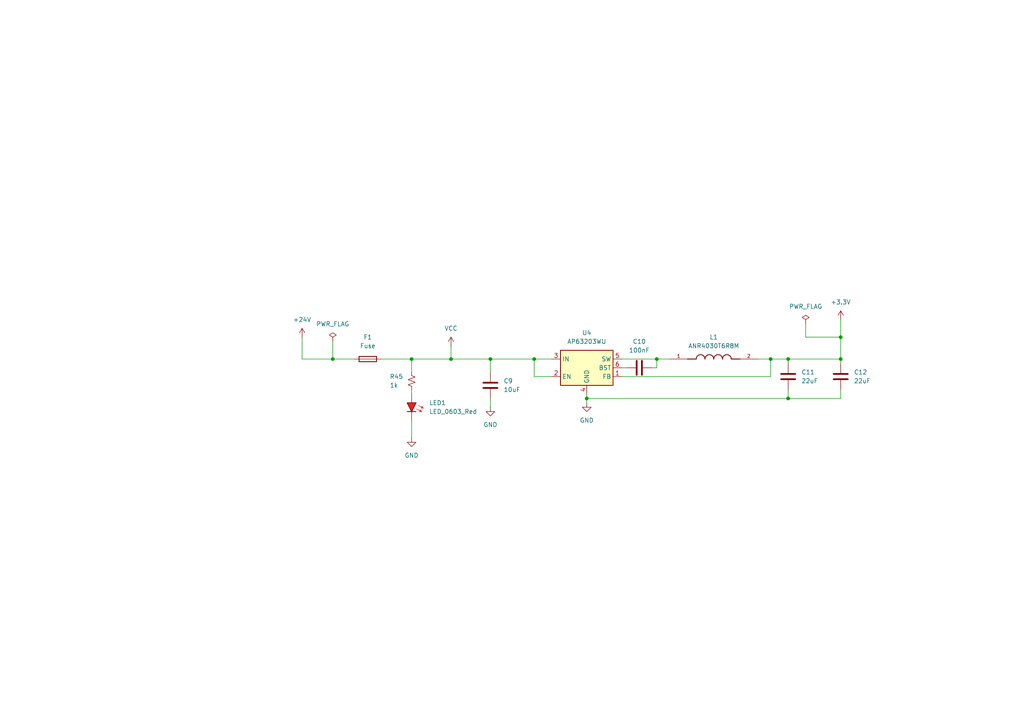
<source format=kicad_sch>
(kicad_sch (version 20250114) (generator "eeschema") (generator_version "9.0")
  (paper "A4")
  (lib_symbols
    (symbol "Device:Fuse" (pin_numbers (hide yes)) (pin_names (offset 0))
      (property "Reference" "F" (at 2.032 0 90))
      (property "Value" "Fuse" (at -1.905 0 90))
      (symbol "Fuse_0_1"
        (rectangle (start -0.762 -2.54) (end 0.762 2.54) (stroke (width 0.254)))
        (polyline (pts (xy 0 2.54) (xy 0 -2.54)))
      )
      (symbol "Fuse_1_1"
        (pin passive line (at 0 3.81 270) (length 1.27) (name "~") (number "1"))
        (pin passive line (at 0 -3.81 90) (length 1.27) (name "~") (number "2"))
      )
    )
    (symbol "NR6028T4R7M:NR6028T4R7M" (pin_names (offset 1.016))
      (property "Reference" "L" (at -5.08 2.54 0))
      (property "Value" "NR6028T4R7M" (at -5.08 -2.54 0))
      (symbol "NR6028T4R7M_0_0"
        (polyline (pts (xy -5.08 0) (xy -7.62 0)) (stroke (width 0.254)))
        (arc (start -5.08 0) (mid -3.81 1.2645) (end -2.54 0) (stroke (width 0.254)))
        (arc (start -2.54 0) (mid -1.27 1.2645) (end 0 0) (stroke (width 0.254)))
        (arc (start 0 0) (mid 1.27 1.2645) (end 2.54 0) (stroke (width 0.254)))
        (arc (start 2.54 0) (mid 3.81 1.2645) (end 5.08 0) (stroke (width 0.254)))
        (polyline (pts (xy 5.08 0) (xy 7.62 0)) (stroke (width 0.254)))
        (pin passive line (at -12.7 0 0) (length 5.08) (name "~") (number "1"))
        (pin passive line (at 12.7 0 180) (length 5.08) (name "~") (number "2"))
      )
    )
    (symbol "PCM_4ms_Power-symbol:PWR_FLAG" (power) (pin_numbers (hide yes)) (pin_names (offset 0) (hide yes))
      (property "Value" "PWR_FLAG" (at 0 3.81 0))
      (symbol "PWR_FLAG_0_0"
        (pin power_out line (at 0 0 90) (length 0) (name "pwr") (number "1"))
      )
      (symbol "PWR_FLAG_0_1"
        (polyline (pts (xy 0 0) (xy 0 1.27) (xy -1.016 1.905) (xy 0 2.54) (xy 1.016 1.905) (xy 0 1.27)))
      )
    )
    (symbol "PCM_Capacitor_AKL:C_0603" (pin_numbers (hide yes)) (pin_names (offset 0.254))
      (property "Reference" "C" (at 0.635 2.54 0))
      (property "Value" "C_0603" (at 0.635 -2.54 0))
      (symbol "C_0603_0_1"
        (polyline (pts (xy -2.032 0.762) (xy 2.032 0.762)) (stroke (width 0.508)))
        (polyline (pts (xy -2.032 -0.762) (xy 2.032 -0.762)) (stroke (width 0.508)))
      )
      (symbol "C_0603_0_2"
        (polyline (pts (xy -2.54 -2.54) (xy -0.381 -0.381)))
        (polyline (pts (xy -0.508 -0.508) (xy -1.651 0.635)) (stroke (width 0.508)))
        (polyline (pts (xy -0.508 -0.508) (xy 0.635 -1.651)) (stroke (width 0.508)))
        (polyline (pts (xy 0.381 0.381) (xy 2.54 2.54)))
        (polyline (pts (xy 0.508 0.508) (xy -0.635 1.651)) (stroke (width 0.508)))
        (polyline (pts (xy 0.508 0.508) (xy 1.651 -0.635)) (stroke (width 0.508)))
      )
      (symbol "C_0603_1_1"
        (pin passive line (at 0 3.81 270) (length 2.794) (name "~") (number "1"))
        (pin passive line (at 0 -3.81 90) (length 2.794) (name "~") (number "2"))
      )
      (symbol "C_0603_1_2"
        (pin passive line (at -2.54 -2.54 90) (length 0) (name "~") (number "2"))
        (pin passive line (at 2.54 2.54 270) (length 0) (name "~") (number "1"))
      )
    )
    (symbol "PCM_LED_AKL:LED_0603_Red" (pin_numbers (hide yes)) (pin_names (offset 1.016) (hide yes))
      (property "Reference" "LED" (at 0 7.62 0))
      (property "Value" "LED_0603_Red" (at 0 5.08 0))
      (symbol "LED_0603_Red_0_1"
        (polyline (pts (xy -1.27 1.27) (xy -1.27 -1.27) (xy 1.27 0) (xy -1.27 1.27)) (stroke (width 0.254)) (fill (type color) (color 240 30 30 1)))
        (polyline (pts (xy -0.508 1.905) (xy 0.254 3.429)) (stroke (width 0.1524) (color 240 30 30 1)))
        (polyline (pts (xy 0.254 2.794) (xy -0.254 3.048) (xy 0.254 3.429) (xy 0.254 2.794)) (stroke (width 0) (color 240 30 30 1)) (fill (type outline)))
        (polyline (pts (xy 0.508 1.397) (xy 1.27 2.921)) (stroke (width 0.1524) (color 240 30 30 1)))
        (polyline (pts (xy 1.27 2.286) (xy 0.762 2.54) (xy 1.27 2.921) (xy 1.27 2.286)) (stroke (width 0.1524) (color 240 30 30 1)) (fill (type outline)))
        (polyline (pts (xy 1.27 1.27) (xy 1.27 -1.27)) (stroke (width 0.254)))
      )
      (symbol "LED_0603_Red_0_2"
        (polyline (pts (xy -2.54 -2.54) (xy -0.889 -0.889)))
        (polyline (pts (xy -1.651 0.889) (xy -2.159 2.413)) (stroke (width 0) (color 240 30 30 1)))
        (polyline (pts (xy -0.889 -0.889) (xy -1.778 0) (xy 0.889 0.889) (xy 0 -1.778) (xy -0.889 -0.889)) (stroke (width 0.254)) (fill (type color) (color 240 30 30 1)))
        (polyline (pts (xy -0.508 1.27) (xy -1.016 2.794)) (stroke (width 0) (color 240 30 30 1)))
        (polyline (pts (xy 0 1.778) (xy 1.778 0)) (stroke (width 0.254)))
        (polyline (pts (xy 0.889 0.889) (xy 2.54 2.54)))
      )
      (symbol "LED_0603_Red_1_1"
        (pin passive line (at -3.81 0 0) (length 2.54) (name "A") (number "2"))
        (pin passive line (at 3.81 0 180) (length 2.54) (name "K") (number "1"))
      )
      (symbol "LED_0603_Red_1_2"
        (polyline (pts (xy -2.159 2.413) (xy -2.286 1.778) (xy -1.6764 1.9812) (xy -2.159 2.413)) (stroke (width 0) (color 240 30 30 1)) (fill (type outline)))
        (polyline (pts (xy -1.016 2.794) (xy -1.143 2.159) (xy -0.5334 2.3622) (xy -1.016 2.794)) (stroke (width 0) (color 240 30 30 1)) (fill (type outline)))
        (pin passive line (at -2.54 -2.54 0) (length 0) (name "A") (number "2"))
        (pin passive line (at 2.54 2.54 180) (length 0) (name "K") (number "1"))
      )
    )
    (symbol "PCM_SparkFun-Resistor:4.7k_0603" (pin_numbers (hide yes)) (pin_names (offset 0))
      (property "Reference" "R" (at 0 -2.54 0))
      (property "Value" "4.7k" (at 0 2.54 0))
      (symbol "4.7k_0603_0_1"
        (polyline (pts (xy -1.524 0) (xy -1.143 1.016) (xy -0.762 0) (xy -0.381 -1.016) (xy 0 0)))
        (polyline (pts (xy 0 0) (xy 0.381 1.016) (xy 0.762 0) (xy 1.143 -1.016) (xy 1.524 0)))
      )
      (symbol "4.7k_0603_1_1"
        (pin passive line (at -2.54 0 0) (length 1.016) (name "~") (number "1"))
        (pin passive line (at 2.54 0 180) (length 1.016) (name "~") (number "2"))
      )
    )
    (symbol "Regulator_Switching:AP63203WU"
      (property "Reference" "U" (at -7.62 6.35 0))
      (property "Value" "AP63203WU" (at 2.54 6.35 0))
      (symbol "AP63203WU_0_1"
        (rectangle (start -7.62 5.08) (end 7.62 -5.08) (stroke (width 0.254)) (fill (type background)))
      )
      (symbol "AP63203WU_1_1"
        (pin power_in line (at -10.16 2.54 0) (length 2.54) (name "IN") (number "3"))
        (pin input line (at -10.16 -2.54 0) (length 2.54) (name "EN") (number "2"))
        (pin power_in line (at 0 -7.62 90) (length 2.54) (name "GND") (number "4"))
        (pin output line (at 10.16 2.54 180) (length 2.54) (name "SW") (number "5"))
        (pin passive line (at 10.16 0 180) (length 2.54) (name "BST") (number "6"))
        (pin input line (at 10.16 -2.54 180) (length 2.54) (name "FB") (number "1"))
      )
    )
    (symbol "power:+24V" (power) (pin_numbers (hide yes)) (pin_names (offset 0) (hide yes))
      (property "Value" "+24V" (at 0 3.556 0))
      (symbol "+24V_0_1"
        (polyline (pts (xy -0.762 1.27) (xy 0 2.54)))
        (polyline (pts (xy 0 2.54) (xy 0.762 1.27)))
        (polyline (pts (xy 0 0) (xy 0 2.54)))
      )
      (symbol "+24V_1_1"
        (pin power_in line (at 0 0 90) (length 0) (name "~") (number "1"))
      )
    )
    (symbol "power:+3.3V" (power) (pin_numbers (hide yes)) (pin_names (offset 0) (hide yes))
      (property "Value" "+3.3V" (at 0 3.556 0))
      (symbol "+3.3V_0_1"
        (polyline (pts (xy -0.762 1.27) (xy 0 2.54)))
        (polyline (pts (xy 0 2.54) (xy 0.762 1.27)))
        (polyline (pts (xy 0 0) (xy 0 2.54)))
      )
      (symbol "+3.3V_1_1"
        (pin power_in line (at 0 0 90) (length 0) (name "~") (number "1"))
      )
    )
    (symbol "power:GND" (power) (pin_numbers (hide yes)) (pin_names (offset 0) (hide yes))
      (property "Value" "GND" (at 0 -3.81 0))
      (symbol "GND_0_1"
        (polyline (pts (xy 0 0) (xy 0 -1.27) (xy 1.27 -1.27) (xy 0 -2.54) (xy -1.27 -1.27) (xy 0 -1.27)))
      )
      (symbol "GND_1_1"
        (pin power_in line (at 0 0 270) (length 0) (name "~") (number "1"))
      )
    )
    (symbol "power:VCC" (power) (pin_numbers (hide yes)) (pin_names (offset 0) (hide yes))
      (property "Value" "VCC" (at 0 3.556 0))
      (symbol "VCC_0_1"
        (polyline (pts (xy -0.762 1.27) (xy 0 2.54)))
        (polyline (pts (xy 0 2.54) (xy 0.762 1.27)))
        (polyline (pts (xy 0 0) (xy 0 2.54)))
      )
      (symbol "VCC_1_1"
        (pin power_in line (at 0 0 90) (length 0) (name "~") (number "1"))
      )
    )
  )
  (junction (at 243.84 104.14))
  (junction (at 170.18 115.57))
  (junction (at 190.5 104.14))
  (junction (at 96.52 104.14))
  (junction (at 119.38 104.14))
  (junction (at 142.24 104.14))
  (junction (at 228.6 104.14))
  (junction (at 228.6 115.57))
  (junction (at 223.52 104.14))
  (junction (at 154.94 104.14))
  (junction (at 130.81 104.14))
  (junction (at 243.84 97.79))
  (wire (pts (xy 87.63 97.79) (xy 87.63 104.14)))
  (wire (pts (xy 96.52 104.14) (xy 102.87 104.14)))
  (wire (pts (xy 119.38 104.14) (xy 119.38 107.95)))
  (wire (pts (xy 190.5 106.68) (xy 190.5 104.14)))
  (wire (pts (xy 233.68 97.79) (xy 243.84 97.79)))
  (wire (pts (xy 243.84 113.03) (xy 243.84 115.57)))
  (wire (pts (xy 160.02 109.22) (xy 154.94 109.22)))
  (wire (pts (xy 96.52 99.06) (xy 96.52 104.14)))
  (wire (pts (xy 154.94 104.14) (xy 160.02 104.14)))
  (wire (pts (xy 130.81 104.14) (xy 142.24 104.14)))
  (wire (pts (xy 142.24 104.14) (xy 142.24 107.95)))
  (wire (pts (xy 170.18 115.57) (xy 228.6 115.57)))
  (wire (pts (xy 180.34 109.22) (xy 223.52 109.22)))
  (wire (pts (xy 223.52 104.14) (xy 228.6 104.14)))
  (wire (pts (xy 130.81 100.33) (xy 130.81 104.14)))
  (wire (pts (xy 219.71 104.14) (xy 223.52 104.14)))
  (wire (pts (xy 243.84 92.71) (xy 243.84 97.79)))
  (wire (pts (xy 243.84 97.79) (xy 243.84 104.14)))
  (wire (pts (xy 119.38 104.14) (xy 130.81 104.14)))
  (wire (pts (xy 119.38 121.92) (xy 119.38 127)))
  (wire (pts (xy 243.84 104.14) (xy 228.6 104.14)))
  (wire (pts (xy 119.38 113.03) (xy 119.38 114.3)))
  (wire (pts (xy 87.63 104.14) (xy 96.52 104.14)))
  (wire (pts (xy 180.34 104.14) (xy 190.5 104.14)))
  (wire (pts (xy 170.18 114.3) (xy 170.18 115.57)))
  (wire (pts (xy 243.84 105.41) (xy 243.84 104.14)))
  (wire (pts (xy 189.23 106.68) (xy 190.5 106.68)))
  (wire (pts (xy 110.49 104.14) (xy 119.38 104.14)))
  (wire (pts (xy 243.84 115.57) (xy 228.6 115.57)))
  (wire (pts (xy 223.52 109.22) (xy 223.52 104.14)))
  (wire (pts (xy 228.6 113.03) (xy 228.6 115.57)))
  (wire (pts (xy 233.68 93.98) (xy 233.68 97.79)))
  (wire (pts (xy 142.24 104.14) (xy 154.94 104.14)))
  (wire (pts (xy 190.5 104.14) (xy 194.31 104.14)))
  (wire (pts (xy 142.24 115.57) (xy 142.24 118.11)))
  (wire (pts (xy 154.94 109.22) (xy 154.94 104.14)))
  (wire (pts (xy 228.6 105.41) (xy 228.6 104.14)))
  (wire (pts (xy 170.18 115.57) (xy 170.18 116.84)))
  (wire (pts (xy 180.34 106.68) (xy 181.61 106.68)))
  (symbol (lib_id "PCM_4ms_Power-symbol:PWR_FLAG") (at 96.52 99.06 0) (unit 1)
    (property "Reference" "#FLG0101" (effects (hide yes)))
    (property "Value" "PWR_FLAG" (at 96.52 93.98 0))
  )
  (symbol (lib_id "power:GND") (at 119.38 127 0) (unit 1)
    (property "Reference" "#PWR067" (effects (hide yes)))
    (property "Value" "GND" (at 119.38 132.08 0))
    (property "Description" "Power symbol creates a global label with name \"GND\" , ground" (effects (hide yes)))
  )
  (symbol (lib_id "PCM_Capacitor_AKL:C_0603") (at 185.42 106.68 90) (unit 1)
    (property "Reference" "C10" (at 185.42 99.06 90))
    (property "Value" "100nF" (at 185.42 101.6 90))
    (property "Footprint" "PCM_Capacitor_SMD_AKL:C_0805_2012Metric" (effects (hide yes)))
    (property "Description" "SMD 0603 MLCC capacitor, Alternate KiCad Library" (effects (hide yes)))
    (property "LCSC" "C519980" (effects (hide yes)))
  )
  (symbol (lib_id "power:GND") (at 142.24 118.11 0) (unit 1)
    (property "Reference" "#PWR069" (effects (hide yes)))
    (property "Value" "GND" (at 142.24 123.19 0))
    (property "Description" "Power symbol creates a global label with name \"GND\" , ground" (effects (hide yes)))
  )
  (symbol (lib_id "power:+3.3V") (at 243.84 92.71 0) (unit 1)
    (property "Reference" "#PWR071" (effects (hide yes)))
    (property "Value" "+3.3V" (at 243.84 87.63 0))
    (property "Description" "Power symbol creates a global label with name \"+3.3V\"" (effects (hide yes)))
  )
  (symbol (lib_id "power:VCC") (at 130.81 100.33 0) (unit 1)
    (property "Reference" "#PWR068" (effects (hide yes)))
    (property "Value" "VCC" (at 130.81 95.25 0))
    (property "Description" "Power symbol creates a global label with name \"VCC\"" (effects (hide yes)))
  )
  (symbol (lib_id "PCM_SparkFun-Resistor:4.7k_0603") (at 119.38 110.49 90) (unit 1)
    (property "Reference" "R45" (at 113.03 109.22 90) (effects (justify right)))
    (property "Value" "1k" (at 113.03 111.76 90) (effects (justify right)))
    (property "Footprint" "PCM_SparkFun-Resistor:R_0603_1608Metric" (effects (hide yes)))
    (property "Datasheet" "https://www.vishay.com/docs/20035/dcrcwe3.pdf" (effects (hide yes)))
    (property "Description" "Resistor" (effects (hide yes)))
    (property "PROD_ID" "RES-07857" (effects (hide yes)))
    (property "LCSC" "C99782" (effects (hide yes)))
  )
  (symbol (lib_id "PCM_4ms_Power-symbol:PWR_FLAG") (at 233.68 93.98 0) (unit 1)
    (property "Reference" "#FLG0102" (effects (hide yes)))
    (property "Value" "PWR_FLAG" (at 233.68 88.9 0))
  )
  (symbol (lib_id "power:GND") (at 170.18 116.84 0) (unit 1)
    (property "Reference" "#PWR070" (effects (hide yes)))
    (property "Value" "GND" (at 170.18 121.92 0))
    (property "Description" "Power symbol creates a global label with name \"GND\" , ground" (effects (hide yes)))
  )
  (symbol (lib_id "PCM_Capacitor_AKL:C_0603") (at 228.6 109.22 0) (unit 1)
    (property "Reference" "C11" (at 232.41 107.9499 0) (effects (justify left)))
    (property "Value" "22uF" (at 232.41 110.4899 0) (effects (justify left)))
    (property "Footprint" "PCM_Capacitor_SMD_AKL:C_1206_3216Metric" (effects (hide yes)))
    (property "Description" "SMD 0603 MLCC capacitor, Alternate KiCad Library" (effects (hide yes)))
    (property "Voltaje" "16V" (effects (hide yes)))
    (property "LCSC" "C7472972" (effects (hide yes)))
  )
  (symbol (lib_id "Device:Fuse") (at 106.68 104.14 90) (unit 1)
    (property "Reference" "F1" (at 106.68 97.79 90))
    (property "Value" "Fuse" (at 106.68 100.33 90))
    (property "Footprint" "Fuse:Fuse_1812_4532Metric" (effects (hide yes)))
    (property "Description" "Fuse" (effects (hide yes)))
  )
  (symbol (lib_id "Regulator_Switching:AP63203WU") (at 170.18 106.68 0) (unit 1)
    (property "Reference" "U4" (at 170.18 96.52 0))
    (property "Value" "AP63203WU" (at 170.18 99.06 0))
    (property "Footprint" "Package_TO_SOT_SMD:TSOT-23-6" (effects (hide yes)))
    (property "Datasheet" "https://www.diodes.com/assets/Datasheets/AP63200-AP63201-AP63203-AP63205.pdf" (effects (hide yes)))
    (property "Description" "2A, 1.1MHz Buck DC/DC Converter, fixed 3.3V output voltage, TSOT-23-6" (effects (hide yes)))
  )
  (symbol (lib_id "power:+24V") (at 87.63 97.79 0) (unit 1)
    (property "Reference" "#PWR066" (effects (hide yes)))
    (property "Value" "+24V" (at 87.63 92.71 0))
    (property "Description" "Power symbol creates a global label with name \"+24V\"" (effects (hide yes)))
  )
  (symbol (lib_id "PCM_Capacitor_AKL:C_0603") (at 142.24 111.76 0) (unit 1)
    (property "Reference" "C9" (at 146.05 110.4899 0) (effects (justify left)))
    (property "Value" "10uF" (at 146.05 113.0299 0) (effects (justify left)))
    (property "Footprint" "PCM_Capacitor_SMD_AKL:C_1206_3216Metric" (effects (hide yes)))
    (property "Description" "SMD 0603 MLCC capacitor, Alternate KiCad Library" (effects (hide yes)))
    (property "LCSC" "C89632" (effects (hide yes)))
  )
  (symbol (lib_id "NR6028T4R7M:NR6028T4R7M") (at 207.01 104.14 0) (unit 1)
    (property "Reference" "L1" (at 207.01 97.79 0))
    (property "Value" "ANR4030T6R8M" (at 207.01 100.33 0))
    (property "Footprint" "Inductor_SMD:L_APV_ANR4030" (effects (hide yes)))
    (property "MF" "Taiyo Yuden" (effects (hide yes)))
    (property "Description_1" "4.7 µH Semi-Shielded Drum Core, Wirewound Inductor 3 A 40.3mOhm Max Nonstandard" (effects (hide yes)))
    (property "Package" "Nonstandard Taiyo Yuden" (effects (hide yes)))
    (property "Price" "None" (effects (hide yes)))
    (property "Check_prices" "https://www.snapeda.com/parts/NR6028T4R7M/Taiyo+Yuden/view-part/?ref=eda" (effects (hide yes)))
    (property "STANDARD" "Manufacturer Recommendation" (effects (hide yes)))
    (property "SnapEDA_Link" "https://www.snapeda.com/parts/NR6028T4R7M/Taiyo+Yuden/view-part/?ref=snap" (effects (hide yes)))
    (property "MP" "NR6028T4R7M" (effects (hide yes)))
    (property "Availability" "In Stock" (effects (hide yes)))
    (property "MANUFACTURER" "Taiyo Yuden" (effects (hide yes)))
    (property "LCSC" "C77758" (effects (hide yes)))
  )
  (symbol (lib_id "PCM_LED_AKL:LED_0603_Red") (at 119.38 118.11 270) (unit 1)
    (property "Reference" "LED1" (at 124.46 116.8399 90) (effects (justify left)))
    (property "Value" "LED_0603_Red" (at 124.46 119.3799 90) (effects (justify left)))
    (property "Footprint" "PCM_LED_SMD_AKL:LED_0603_1608Metric" (effects (hide yes)))
    (property "Description" "Red SMD LED, 0603, Alternate KiCad Library" (effects (hide yes)))
  )
  (symbol (lib_id "PCM_Capacitor_AKL:C_0603") (at 243.84 109.22 0) (unit 1)
    (property "Reference" "C12" (at 247.65 107.9499 0) (effects (justify left)))
    (property "Value" "22uF" (at 247.65 110.4899 0) (effects (justify left)))
    (property "Footprint" "PCM_Capacitor_SMD_AKL:C_1206_3216Metric" (effects (hide yes)))
    (property "Description" "SMD 0603 MLCC capacitor, Alternate KiCad Library" (effects (hide yes)))
    (property "Voltaje " "10V" (effects (hide yes)))
    (property "LCSC" "C7472972" (effects (hide yes)))
  )
)
</source>
